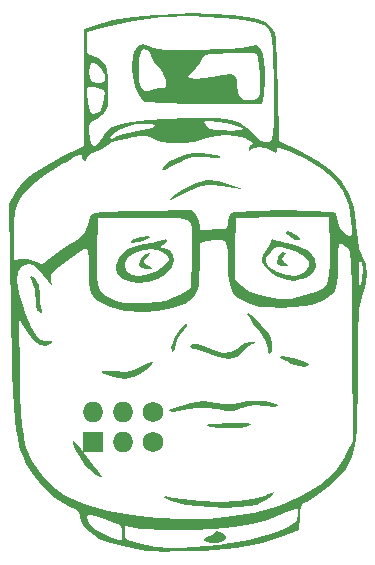
<source format=gbr>
G04 #@! TF.GenerationSoftware,KiCad,Pcbnew,7.0.2*
G04 #@! TF.CreationDate,2023-06-19T19:10:06-05:00*
G04 #@! TF.ProjectId,HankPropane2.0,48616e6b-5072-46f7-9061-6e65322e302e,rev?*
G04 #@! TF.SameCoordinates,Original*
G04 #@! TF.FileFunction,Soldermask,Top*
G04 #@! TF.FilePolarity,Negative*
%FSLAX46Y46*%
G04 Gerber Fmt 4.6, Leading zero omitted, Abs format (unit mm)*
G04 Created by KiCad (PCBNEW 7.0.2) date 2023-06-19 19:10:06*
%MOMM*%
%LPD*%
G01*
G04 APERTURE LIST*
%ADD10O,1.727200X1.727200*%
%ADD11R,1.727200X1.727200*%
%ADD12C,1.727200*%
G04 APERTURE END LIST*
G36*
X188785656Y-94249937D02*
G01*
X189180885Y-94452712D01*
X189496991Y-94673128D01*
X189580838Y-94788139D01*
X189488026Y-94929500D01*
X189167398Y-94859709D01*
X188836697Y-94712533D01*
X188519023Y-94491956D01*
X188370349Y-94270341D01*
X188464223Y-94161442D01*
X188480094Y-94160975D01*
X188785656Y-94249937D01*
G37*
G36*
X176827894Y-94635222D02*
G01*
X176764492Y-94737648D01*
X176438725Y-94915839D01*
X175905312Y-95064004D01*
X175772305Y-95086992D01*
X175292073Y-95136218D01*
X175147844Y-95075789D01*
X175211245Y-94973364D01*
X175537013Y-94795172D01*
X176070426Y-94647008D01*
X176203433Y-94624020D01*
X176683664Y-94574794D01*
X176827894Y-94635222D01*
G37*
G36*
X188520415Y-104801969D02*
G01*
X189283999Y-104983456D01*
X190000215Y-105206766D01*
X190343845Y-105386451D01*
X190334482Y-105500898D01*
X189956051Y-105643452D01*
X189480678Y-105598608D01*
X188803465Y-105352064D01*
X188608713Y-105265590D01*
X188056363Y-104980525D01*
X187869751Y-104803128D01*
X188030545Y-104741056D01*
X188520415Y-104801969D01*
G37*
G36*
X185050068Y-110409616D02*
G01*
X185386354Y-110472022D01*
X185344987Y-110575304D01*
X184967166Y-110704652D01*
X184406203Y-110780883D01*
X183616951Y-110801680D01*
X182763615Y-110770423D01*
X182010397Y-110690494D01*
X181742556Y-110638266D01*
X181611600Y-110565996D01*
X181861113Y-110503599D01*
X182496942Y-110450222D01*
X183280866Y-110413697D01*
X184345212Y-110389652D01*
X185050068Y-110409616D01*
G37*
G36*
X188331597Y-95998801D02*
G01*
X188215125Y-96215968D01*
X188186628Y-96250771D01*
X188050541Y-96527756D01*
X188234283Y-96779343D01*
X188311158Y-96839772D01*
X188548010Y-97044196D01*
X188459168Y-97118757D01*
X188142166Y-97131226D01*
X187713107Y-97045651D01*
X187596463Y-96856110D01*
X187701777Y-96309104D01*
X187973001Y-95987872D01*
X188138084Y-95946912D01*
X188331597Y-95998801D01*
G37*
G36*
X176824063Y-96022429D02*
G01*
X176806064Y-96223996D01*
X176631138Y-96368531D01*
X176319248Y-96657443D01*
X176400597Y-96937044D01*
X176732009Y-97131353D01*
X177019917Y-97260037D01*
X176955864Y-97309854D01*
X176626563Y-97323396D01*
X176151858Y-97225140D01*
X175954069Y-97021793D01*
X175986251Y-96710542D01*
X176202133Y-96353083D01*
X176495722Y-96071168D01*
X176761029Y-95986550D01*
X176824063Y-96022429D01*
G37*
G36*
X182747263Y-119642696D02*
G01*
X182919523Y-119717082D01*
X183281088Y-119927404D01*
X183316389Y-120129094D01*
X183226733Y-120260452D01*
X182893442Y-120459566D01*
X182407558Y-120552024D01*
X181911215Y-120538221D01*
X181546543Y-120418551D01*
X181444900Y-120255506D01*
X181609127Y-120010927D01*
X181825239Y-119957850D01*
X182180261Y-119846580D01*
X182287481Y-119712136D01*
X182425462Y-119569982D01*
X182747263Y-119642696D01*
G37*
G36*
X170442643Y-111908160D02*
G01*
X170767856Y-112279449D01*
X171009673Y-112625175D01*
X171482368Y-113279539D01*
X172043419Y-113976609D01*
X172249758Y-114212675D01*
X172656496Y-114707068D01*
X172770628Y-114956072D01*
X172595547Y-114948634D01*
X172134645Y-114673699D01*
X172112882Y-114658753D01*
X171654155Y-114300655D01*
X171282840Y-113883531D01*
X170907570Y-113291299D01*
X170621932Y-112764490D01*
X170344530Y-112159717D01*
X170293150Y-111871262D01*
X170442643Y-111908160D01*
G37*
G36*
X180004174Y-101980665D02*
G01*
X179953148Y-102178944D01*
X179703435Y-102553060D01*
X179584436Y-102700631D01*
X179250370Y-103174239D01*
X179070454Y-103578218D01*
X179060611Y-103651590D01*
X178952096Y-104111609D01*
X178865213Y-104281287D01*
X178730961Y-104405240D01*
X178675533Y-104189106D01*
X178669814Y-103979234D01*
X178762741Y-103584752D01*
X178999705Y-103085383D01*
X179313285Y-102582101D01*
X179636066Y-102175886D01*
X179900628Y-101967713D01*
X180004174Y-101980665D01*
G37*
G36*
X167092169Y-98106174D02*
G01*
X167242445Y-98243117D01*
X167467651Y-98706016D01*
X167553969Y-99462384D01*
X167554275Y-99516731D01*
X167578240Y-100153205D01*
X167638861Y-100655146D01*
X167674724Y-100792401D01*
X167683911Y-101057544D01*
X167596736Y-101106287D01*
X167363228Y-100947192D01*
X167277849Y-100792401D01*
X167201157Y-100400720D01*
X167159757Y-99815864D01*
X167157400Y-99645930D01*
X167083929Y-99003524D01*
X166901976Y-98461253D01*
X166848492Y-98372316D01*
X166689573Y-98036654D01*
X166793893Y-97940367D01*
X167092169Y-98106174D01*
G37*
G36*
X177079275Y-105244467D02*
G01*
X176917015Y-105547105D01*
X176510438Y-105914634D01*
X175979846Y-106255225D01*
X175475251Y-106468838D01*
X175032913Y-106587611D01*
X174694935Y-106628972D01*
X174308091Y-106589914D01*
X173719154Y-106467427D01*
X173557009Y-106431171D01*
X172958631Y-106257784D01*
X172737465Y-106107486D01*
X172873854Y-106001951D01*
X173348138Y-105962851D01*
X173953884Y-105993636D01*
X174717139Y-106033555D01*
X175277535Y-105966183D01*
X175822300Y-105757316D01*
X176136697Y-105594878D01*
X176653719Y-105341970D01*
X176996085Y-105224537D01*
X177079275Y-105244467D01*
G37*
G36*
X185389066Y-101241601D02*
G01*
X185791042Y-101596233D01*
X186279464Y-102089973D01*
X186811693Y-102707538D01*
X187096688Y-103188941D01*
X187196362Y-103646891D01*
X187199588Y-103764981D01*
X187147629Y-104262246D01*
X187020591Y-104563612D01*
X187001150Y-104578943D01*
X186858765Y-104503474D01*
X186802713Y-104124334D01*
X186666198Y-103568001D01*
X186301585Y-102896157D01*
X186157791Y-102694409D01*
X185615674Y-101974701D01*
X185278403Y-101513333D01*
X185110157Y-101253069D01*
X185075111Y-101136670D01*
X185137446Y-101106901D01*
X185163854Y-101106287D01*
X185389066Y-101241601D01*
G37*
G36*
X182718079Y-89894975D02*
G01*
X183726931Y-90209702D01*
X184719119Y-90593295D01*
X183925369Y-90479093D01*
X182914705Y-90336656D01*
X182200769Y-90256076D01*
X181687367Y-90243340D01*
X181278303Y-90304432D01*
X180877385Y-90445337D01*
X180388417Y-90672041D01*
X180323621Y-90703197D01*
X179487149Y-91102933D01*
X178945176Y-91353364D01*
X178635936Y-91480061D01*
X178497661Y-91508600D01*
X178468338Y-91471346D01*
X178622433Y-91324658D01*
X179029109Y-91027292D01*
X179604950Y-90639800D01*
X179689728Y-90584772D01*
X180724377Y-90035417D01*
X181695042Y-89809088D01*
X182718079Y-89894975D01*
G37*
G36*
X181883218Y-87588459D02*
G01*
X182478464Y-87687601D01*
X182760442Y-87785061D01*
X182869475Y-87893385D01*
X182688876Y-87937560D01*
X182177995Y-87921737D01*
X181742556Y-87889054D01*
X180968370Y-87842292D01*
X180415960Y-87880665D01*
X179913544Y-88038088D01*
X179289344Y-88348474D01*
X179216228Y-88387820D01*
X178518149Y-88756135D01*
X178104979Y-88943768D01*
X177917443Y-88967641D01*
X177896265Y-88844677D01*
X177921320Y-88757497D01*
X178132022Y-88536548D01*
X178586867Y-88229069D01*
X178974415Y-88013356D01*
X179740163Y-87689920D01*
X180506888Y-87551886D01*
X181167705Y-87539686D01*
X181883218Y-87588459D01*
G37*
G36*
X185741136Y-103520952D02*
G01*
X185710546Y-103587719D01*
X185492292Y-103681418D01*
X185072878Y-103962636D01*
X184698542Y-104360612D01*
X184183663Y-104819516D01*
X183511713Y-104976833D01*
X182640897Y-104835933D01*
X181940994Y-104582916D01*
X181287787Y-104324571D01*
X180763192Y-104144155D01*
X180502322Y-104083768D01*
X180271773Y-103957498D01*
X180254275Y-103884412D01*
X180417725Y-103716739D01*
X180839409Y-103701999D01*
X181416326Y-103828748D01*
X182040213Y-104082850D01*
X182964674Y-104425225D01*
X183726070Y-104416867D01*
X184348984Y-104056750D01*
X184421463Y-103983631D01*
X184937744Y-103611618D01*
X185398631Y-103500115D01*
X185741136Y-103520952D01*
G37*
G36*
X187332235Y-116254039D02*
G01*
X187275796Y-116432528D01*
X186960542Y-116707042D01*
X186487397Y-117005982D01*
X185957284Y-117257748D01*
X185873270Y-117289101D01*
X185230300Y-117427993D01*
X184303603Y-117513641D01*
X183202664Y-117546607D01*
X182036968Y-117527453D01*
X180915999Y-117456741D01*
X179949241Y-117335034D01*
X179563956Y-117256701D01*
X178992531Y-117094591D01*
X178504030Y-116916503D01*
X178158405Y-116754775D01*
X178015611Y-116641739D01*
X178135602Y-116609733D01*
X178468338Y-116665794D01*
X178865617Y-116727691D01*
X179553166Y-116809717D01*
X180425669Y-116900043D01*
X181158673Y-116967933D01*
X182815666Y-117050723D01*
X184313677Y-117002388D01*
X185582492Y-116829142D01*
X186551896Y-116537202D01*
X186674911Y-116479698D01*
X187092768Y-116298540D01*
X187324647Y-116249424D01*
X187332235Y-116254039D01*
G37*
G36*
X186580469Y-108547160D02*
G01*
X187246904Y-108666446D01*
X187665633Y-108849103D01*
X187693009Y-108874813D01*
X187679547Y-108982102D01*
X187340181Y-109009828D01*
X186644247Y-108960126D01*
X186571805Y-108952823D01*
X185744045Y-108897976D01*
X185159667Y-108947365D01*
X184675436Y-109115579D01*
X184599162Y-109153730D01*
X184206162Y-109326301D01*
X183819361Y-109391940D01*
X183305874Y-109355747D01*
X182577728Y-109231319D01*
X181640196Y-109092692D01*
X180867871Y-109086600D01*
X180073583Y-109206636D01*
X179268715Y-109363064D01*
X178779367Y-109427567D01*
X178535873Y-109403841D01*
X178468571Y-109295585D01*
X178468544Y-109291834D01*
X178646563Y-109177052D01*
X179116912Y-109009879D01*
X179784346Y-108823343D01*
X179907215Y-108792896D01*
X180747501Y-108610748D01*
X181383435Y-108546046D01*
X181987364Y-108591294D01*
X182469648Y-108681456D01*
X183244716Y-108809010D01*
X183839921Y-108795421D01*
X184394492Y-108655813D01*
X185024306Y-108533216D01*
X185796284Y-108499874D01*
X186580469Y-108547160D01*
G37*
G36*
X178269900Y-94937882D02*
G01*
X178118465Y-95187352D01*
X177922634Y-95335705D01*
X177696293Y-95492707D01*
X177839155Y-95540138D01*
X177982166Y-95544003D01*
X178523606Y-95713774D01*
X178818242Y-96182251D01*
X178865213Y-96573881D01*
X178683647Y-97197465D01*
X178198589Y-97734738D01*
X177499499Y-98155061D01*
X176675835Y-98427794D01*
X175817057Y-98522296D01*
X175012624Y-98407928D01*
X174408186Y-98100421D01*
X174038014Y-97730118D01*
X173949725Y-97336489D01*
X173988075Y-97065802D01*
X174003028Y-97029386D01*
X174698025Y-97029386D01*
X174857824Y-97548818D01*
X175296942Y-97853215D01*
X175954963Y-97932702D01*
X176771472Y-97777401D01*
X177483713Y-97484803D01*
X178154943Y-97049645D01*
X178448575Y-96624077D01*
X178360731Y-96228852D01*
X177887531Y-95884720D01*
X177790738Y-95841979D01*
X177036395Y-95670838D01*
X176254419Y-95724203D01*
X175542156Y-95964699D01*
X174996955Y-96354952D01*
X174716163Y-96857585D01*
X174698025Y-97029386D01*
X174003028Y-97029386D01*
X174327815Y-96238392D01*
X174971500Y-95656345D01*
X175927109Y-95313530D01*
X176355903Y-95246713D01*
X177064385Y-95143471D01*
X177648237Y-95018703D01*
X177922634Y-94925001D01*
X178215278Y-94848149D01*
X178269900Y-94937882D01*
G37*
G36*
X187381489Y-94871370D02*
G01*
X187739146Y-94983799D01*
X188337571Y-95137245D01*
X188861338Y-95257329D01*
X189556709Y-95455855D01*
X190131808Y-95702701D01*
X190386717Y-95877847D01*
X190818396Y-96525832D01*
X190890862Y-97157342D01*
X190638973Y-97708783D01*
X190097583Y-98116557D01*
X189301548Y-98317068D01*
X189044154Y-98327420D01*
X188178971Y-98224411D01*
X187488752Y-97958467D01*
X186952987Y-97533828D01*
X186526215Y-97042760D01*
X186372268Y-96778661D01*
X186646935Y-96778661D01*
X186873534Y-97118072D01*
X186955621Y-97195553D01*
X187626818Y-97623647D01*
X188416405Y-97866283D01*
X189195983Y-97906345D01*
X189837151Y-97726721D01*
X190011697Y-97602875D01*
X190344926Y-97120767D01*
X190300108Y-96647546D01*
X189895741Y-96208232D01*
X189150326Y-95827844D01*
X188561942Y-95642210D01*
X187950579Y-95490916D01*
X187589040Y-95464512D01*
X187343511Y-95586242D01*
X187080181Y-95879350D01*
X187060843Y-95902955D01*
X186706294Y-96411423D01*
X186646935Y-96778661D01*
X186372268Y-96778661D01*
X186306680Y-96666143D01*
X186296209Y-96390354D01*
X186509070Y-96034497D01*
X186617389Y-95886734D01*
X186912463Y-95421148D01*
X187062524Y-95054322D01*
X187067296Y-95008706D01*
X187197720Y-94833483D01*
X187381489Y-94871370D01*
G37*
G36*
X176950372Y-78542947D02*
G01*
X176956356Y-78546056D01*
X177232350Y-78661133D01*
X177589050Y-78741880D01*
X178087579Y-78791628D01*
X178789060Y-78813707D01*
X179754615Y-78811446D01*
X181045367Y-78788176D01*
X181296369Y-78782489D01*
X182492704Y-78745382D01*
X183568449Y-78694220D01*
X184454149Y-78633730D01*
X185080350Y-78568633D01*
X185375030Y-78505081D01*
X185810911Y-78412734D01*
X186159120Y-78676705D01*
X186393423Y-79146291D01*
X186523605Y-79741243D01*
X186590085Y-80584034D01*
X186589088Y-81530177D01*
X186516841Y-82435187D01*
X186484984Y-82651600D01*
X186370060Y-83346131D01*
X181500214Y-83346131D01*
X179851090Y-83340399D01*
X178561592Y-83321995D01*
X177594618Y-83289111D01*
X176913069Y-83239934D01*
X176479844Y-83172656D01*
X176264996Y-83090675D01*
X175900707Y-82639475D01*
X175608547Y-81916033D01*
X175411520Y-81041931D01*
X175357360Y-80421870D01*
X175891689Y-80421870D01*
X175949008Y-81390820D01*
X176121648Y-82020164D01*
X176402320Y-82293672D01*
X176708399Y-82240811D01*
X177152497Y-82107618D01*
X177683626Y-82056287D01*
X178092137Y-82033123D01*
X178241022Y-81886314D01*
X178209021Y-81499887D01*
X178177584Y-81328764D01*
X178065753Y-81025901D01*
X180106366Y-81025901D01*
X180248801Y-81146744D01*
X180338396Y-81183632D01*
X180721267Y-81226227D01*
X181353847Y-81194524D01*
X182078407Y-81098573D01*
X183015774Y-80943262D01*
X183630355Y-80874909D01*
X183990451Y-80912930D01*
X184164360Y-81076737D01*
X184220381Y-81385744D01*
X184226064Y-81709021D01*
X184271731Y-82415678D01*
X184446395Y-82822039D01*
X184816137Y-83019663D01*
X185216947Y-83081940D01*
X185670651Y-83071500D01*
X185968093Y-82899542D01*
X186132987Y-82508795D01*
X186189048Y-81841986D01*
X186159991Y-80841842D01*
X186158199Y-80808759D01*
X186096292Y-80058147D01*
X186008672Y-79466959D01*
X185912224Y-79142614D01*
X185892528Y-79118538D01*
X185631036Y-79068640D01*
X185062451Y-79045308D01*
X184275769Y-79050138D01*
X183530535Y-79076222D01*
X182564158Y-79128912D01*
X181925214Y-79187978D01*
X181544342Y-79267876D01*
X181352184Y-79383062D01*
X181279888Y-79545290D01*
X181093820Y-79904073D01*
X180716032Y-80347941D01*
X180583316Y-80473708D01*
X180207540Y-80831500D01*
X180106366Y-81025901D01*
X178065753Y-81025901D01*
X177953238Y-80721186D01*
X177593743Y-80249897D01*
X177573471Y-80233404D01*
X177209603Y-79826660D01*
X177042949Y-79443302D01*
X176833910Y-78995523D01*
X176627142Y-78802334D01*
X176289509Y-78713082D01*
X176060852Y-78949577D01*
X175931470Y-79533184D01*
X175891689Y-80421870D01*
X175357360Y-80421870D01*
X175332630Y-80138751D01*
X175394882Y-79328075D01*
X175488797Y-78988339D01*
X175819566Y-78481014D01*
X176300324Y-78334490D01*
X176950372Y-78542947D01*
G37*
G36*
X182172814Y-75743364D02*
G01*
X183779310Y-75831928D01*
X185053542Y-75985245D01*
X186026205Y-76210453D01*
X186727992Y-76514691D01*
X187189598Y-76905097D01*
X187441716Y-77388810D01*
X187443913Y-77396306D01*
X187498233Y-77767937D01*
X187551742Y-78467831D01*
X187601086Y-79427384D01*
X187642913Y-80577991D01*
X187673869Y-81851048D01*
X187680347Y-82234187D01*
X187744886Y-86480055D01*
X189551268Y-87393562D01*
X191076088Y-88238076D01*
X192251681Y-89076127D01*
X193120657Y-89964291D01*
X193725625Y-90959141D01*
X194109196Y-92117252D01*
X194313980Y-93495201D01*
X194333201Y-93742734D01*
X194439453Y-94844010D01*
X194588755Y-95621244D01*
X194795895Y-96146257D01*
X194844319Y-96225419D01*
X195122123Y-96954915D01*
X195193300Y-97899458D01*
X195058833Y-98935852D01*
X194816470Y-99717225D01*
X194709041Y-100024240D01*
X194624945Y-100381060D01*
X194561316Y-100838129D01*
X194515291Y-101445893D01*
X194484003Y-102254795D01*
X194464589Y-103315282D01*
X194454184Y-104677798D01*
X194450204Y-106166443D01*
X194441107Y-108054116D01*
X194414057Y-109594182D01*
X194360835Y-110835790D01*
X194273222Y-111828089D01*
X194142998Y-112620228D01*
X193961945Y-113261356D01*
X193721843Y-113800621D01*
X193414474Y-114287172D01*
X193031619Y-114770159D01*
X193006497Y-114799596D01*
X192557420Y-115254089D01*
X191953534Y-115774761D01*
X191285075Y-116294631D01*
X190642277Y-116746718D01*
X190115375Y-117064040D01*
X189800066Y-117179725D01*
X189683506Y-117359680D01*
X189586806Y-117825687D01*
X189541131Y-118320531D01*
X189481619Y-119461337D01*
X188388606Y-119894148D01*
X186418173Y-120513470D01*
X184105989Y-120947843D01*
X181462337Y-121195581D01*
X180155056Y-121246007D01*
X179035072Y-121265605D01*
X178023120Y-121271673D01*
X177200118Y-121264608D01*
X176646985Y-121244806D01*
X176483963Y-121228062D01*
X175321382Y-120988433D01*
X174209014Y-120713063D01*
X173254878Y-120431504D01*
X172566996Y-120173307D01*
X172484361Y-120133890D01*
X171761054Y-119650946D01*
X171219834Y-119057030D01*
X170945384Y-118453008D01*
X170937089Y-118371673D01*
X171523025Y-118371673D01*
X171714763Y-118938854D01*
X172263466Y-119459993D01*
X173129362Y-119899662D01*
X173313093Y-119966468D01*
X173905593Y-120169303D01*
X174320574Y-120308190D01*
X174449978Y-120348246D01*
X174483421Y-120178814D01*
X174499367Y-119756216D01*
X174499449Y-119733184D01*
X174698025Y-119733184D01*
X174724307Y-120070887D01*
X174865257Y-120276131D01*
X175214033Y-120415741D01*
X175839041Y-120551662D01*
X176489905Y-120685176D01*
X176986849Y-120796451D01*
X177178494Y-120847721D01*
X177633637Y-120922002D01*
X178392506Y-120952047D01*
X179364895Y-120941849D01*
X180460598Y-120895405D01*
X181589406Y-120816710D01*
X182661115Y-120709759D01*
X183585516Y-120578547D01*
X183694441Y-120559131D01*
X185211865Y-120260615D01*
X186415609Y-119974848D01*
X187387243Y-119678698D01*
X188208336Y-119349033D01*
X188557398Y-119180043D01*
X189081356Y-118868127D01*
X189324472Y-118564577D01*
X189382400Y-118167879D01*
X189360629Y-117751255D01*
X189308242Y-117576607D01*
X189307873Y-117576600D01*
X189101114Y-117650323D01*
X188641655Y-117841379D01*
X188166857Y-118047812D01*
X186826463Y-118572801D01*
X185458912Y-118959468D01*
X183976218Y-119222948D01*
X182290391Y-119378372D01*
X180313446Y-119440873D01*
X180055838Y-119442830D01*
X178844204Y-119439888D01*
X177700415Y-119419710D01*
X176713095Y-119385146D01*
X175970869Y-119339049D01*
X175640603Y-119300769D01*
X174698025Y-119139782D01*
X174698025Y-119733184D01*
X174499449Y-119733184D01*
X174499588Y-119693879D01*
X174481966Y-119358385D01*
X174377514Y-119126372D01*
X174108847Y-118937143D01*
X173598581Y-118730003D01*
X173011306Y-118526561D01*
X172269085Y-118281267D01*
X171824665Y-118163735D01*
X171602853Y-118166140D01*
X171528455Y-118280657D01*
X171523025Y-118371673D01*
X170937089Y-118371673D01*
X170927713Y-118279743D01*
X170825505Y-117963730D01*
X170470698Y-117669546D01*
X169929240Y-117394529D01*
X168817013Y-116719468D01*
X167751276Y-115759884D01*
X166839790Y-114623367D01*
X166392436Y-113863312D01*
X166162831Y-113378529D01*
X165964982Y-112878146D01*
X165795797Y-112328095D01*
X165652183Y-111694306D01*
X165531049Y-110942708D01*
X165429303Y-110039232D01*
X165343851Y-108949808D01*
X165271603Y-107640367D01*
X165209466Y-106076837D01*
X165154348Y-104225151D01*
X165103156Y-102051237D01*
X165052800Y-99521026D01*
X165043034Y-98995161D01*
X165030714Y-98326032D01*
X165602681Y-98326032D01*
X165758432Y-99376169D01*
X166152427Y-100702351D01*
X166355188Y-101251782D01*
X166794255Y-102283289D01*
X167195316Y-102967274D01*
X167594872Y-103346035D01*
X168029426Y-103461867D01*
X168243588Y-103439967D01*
X168580051Y-103405975D01*
X168591841Y-103523993D01*
X168523900Y-103613942D01*
X168083119Y-103897430D01*
X167558808Y-103806911D01*
X166968464Y-103352178D01*
X166329585Y-102543024D01*
X166170811Y-102296912D01*
X165737864Y-101602381D01*
X165836998Y-106265662D01*
X165882646Y-108015514D01*
X165943246Y-109426770D01*
X166027910Y-110557664D01*
X166145750Y-111466433D01*
X166305879Y-112211310D01*
X166517411Y-112850532D01*
X166789456Y-113442334D01*
X167026934Y-113870087D01*
X167695995Y-114781087D01*
X168587541Y-115685282D01*
X169553992Y-116443177D01*
X170078664Y-116754638D01*
X171539419Y-117356062D01*
X173304974Y-117845712D01*
X175296616Y-118213918D01*
X177435627Y-118451010D01*
X179643292Y-118547316D01*
X181840896Y-118493167D01*
X183238348Y-118371370D01*
X185642723Y-117978017D01*
X187792652Y-117384345D01*
X189665357Y-116602170D01*
X191238062Y-115643310D01*
X192487988Y-114519582D01*
X193392356Y-113242805D01*
X193489984Y-113052743D01*
X194045681Y-111921131D01*
X193982820Y-103884412D01*
X193966826Y-101888975D01*
X193951584Y-100252849D01*
X193934870Y-98938483D01*
X193914462Y-97908324D01*
X193907320Y-97695775D01*
X194580716Y-97695775D01*
X194580900Y-97732850D01*
X194586783Y-98479640D01*
X194602150Y-98860653D01*
X194638337Y-98906978D01*
X194706685Y-98649709D01*
X194783392Y-98288107D01*
X194874043Y-97303624D01*
X194775600Y-96799826D01*
X194674079Y-96577939D01*
X194613580Y-96625399D01*
X194585371Y-96984060D01*
X194580716Y-97695775D01*
X193907320Y-97695775D01*
X193888136Y-97124820D01*
X193853669Y-96550419D01*
X193808837Y-96147569D01*
X193751419Y-95878718D01*
X193679189Y-95706312D01*
X193589926Y-95592801D01*
X193486726Y-95504840D01*
X193119209Y-95250880D01*
X192904666Y-95157574D01*
X192841030Y-95339716D01*
X192790974Y-95833207D01*
X192761191Y-96552580D01*
X192755838Y-97057922D01*
X192750545Y-97944087D01*
X192718940Y-98530041D01*
X192637427Y-98912440D01*
X192482414Y-99187938D01*
X192230306Y-99453192D01*
X192153549Y-99525304D01*
X191553622Y-99989921D01*
X190864872Y-100308695D01*
X190004389Y-100503249D01*
X188889265Y-100595202D01*
X187993338Y-100610193D01*
X186958123Y-100594953D01*
X186207078Y-100538603D01*
X185628296Y-100425203D01*
X185109872Y-100238810D01*
X184981254Y-100181099D01*
X184325984Y-99809935D01*
X183878700Y-99357140D01*
X183603857Y-98744673D01*
X183515352Y-98199205D01*
X184012211Y-98199205D01*
X184625959Y-98759777D01*
X185037623Y-99110430D01*
X185327058Y-99311361D01*
X185376288Y-99329107D01*
X185631293Y-99383326D01*
X186134444Y-99512472D01*
X186505056Y-99613370D01*
X187706576Y-99855908D01*
X188801415Y-99848908D01*
X189973922Y-99586969D01*
X190232019Y-99504162D01*
X190918069Y-99268658D01*
X191406785Y-99047266D01*
X191731622Y-98771458D01*
X191926036Y-98372708D01*
X192023484Y-97782489D01*
X192057422Y-96932274D01*
X192061306Y-95757303D01*
X192054551Y-94756503D01*
X192036011Y-93908404D01*
X192008277Y-93286616D01*
X191973937Y-92964743D01*
X191962088Y-92937181D01*
X191742111Y-92921669D01*
X191187628Y-92917381D01*
X190360835Y-92923796D01*
X189323927Y-92940396D01*
X188139099Y-92966660D01*
X187993338Y-92970350D01*
X184123806Y-93069568D01*
X184068009Y-95634387D01*
X184012211Y-98199205D01*
X183515352Y-98199205D01*
X183465910Y-97894492D01*
X183429275Y-96773650D01*
X183424948Y-95930983D01*
X183396942Y-95404165D01*
X183322721Y-95112172D01*
X183179747Y-94973980D01*
X182945484Y-94908564D01*
X182908523Y-94901443D01*
X182345948Y-94885328D01*
X181721286Y-94985923D01*
X181717898Y-94986856D01*
X181048025Y-95171817D01*
X181048025Y-97131639D01*
X181039990Y-98049019D01*
X181003054Y-98667659D01*
X180917971Y-99085577D01*
X180765495Y-99400790D01*
X180546073Y-99687997D01*
X179812002Y-100273288D01*
X178754996Y-100693929D01*
X177419225Y-100936081D01*
X176384744Y-100991634D01*
X174768287Y-100899266D01*
X173467650Y-100589252D01*
X172491490Y-100063894D01*
X172307319Y-99906829D01*
X172036035Y-99635282D01*
X171864817Y-99371099D01*
X171770665Y-99018018D01*
X171730580Y-98479778D01*
X171721562Y-97660116D01*
X171721463Y-97454797D01*
X171714683Y-97146448D01*
X172344179Y-97146448D01*
X172365338Y-98039983D01*
X172448921Y-98674509D01*
X172619603Y-99118850D01*
X172902062Y-99441834D01*
X173320974Y-99712284D01*
X173805056Y-99953362D01*
X174252719Y-100134748D01*
X174723622Y-100234394D01*
X175331120Y-100263411D01*
X176188573Y-100232912D01*
X176481170Y-100215697D01*
X177463224Y-100136245D01*
X178177581Y-100020675D01*
X178753379Y-99838560D01*
X179319756Y-99559469D01*
X179358513Y-99537703D01*
X180353494Y-98975898D01*
X180408575Y-96290426D01*
X180424517Y-95172716D01*
X180414834Y-94383880D01*
X180373542Y-93856405D01*
X180294657Y-93522778D01*
X180172195Y-93315485D01*
X180142043Y-93283341D01*
X179980615Y-93169126D01*
X179722149Y-93087305D01*
X179310396Y-93034136D01*
X178689106Y-93005877D01*
X177802028Y-92998785D01*
X176592915Y-93009118D01*
X176118212Y-93015648D01*
X172415994Y-93069568D01*
X172360767Y-95925079D01*
X172344179Y-97146448D01*
X171714683Y-97146448D01*
X171700399Y-96496842D01*
X171639784Y-95854778D01*
X171543484Y-95563829D01*
X171512463Y-95550037D01*
X171270063Y-95661546D01*
X170794716Y-95960428D01*
X170168921Y-96393221D01*
X169822856Y-96644998D01*
X169124489Y-97173673D01*
X168696771Y-97543743D01*
X168483842Y-97822221D01*
X168429844Y-98076115D01*
X168458184Y-98282107D01*
X168574120Y-98824256D01*
X168213026Y-98387076D01*
X167817356Y-97882552D01*
X167495402Y-97444498D01*
X167002058Y-97022881D01*
X166559805Y-96939100D01*
X166003877Y-97096777D01*
X165684666Y-97562661D01*
X165602681Y-98326032D01*
X165030714Y-98326032D01*
X164998452Y-96573758D01*
X165371463Y-96573758D01*
X165917166Y-96465384D01*
X166492482Y-96471846D01*
X167058181Y-96631938D01*
X167486829Y-96824380D01*
X167725790Y-96921324D01*
X167732275Y-96922983D01*
X167917473Y-96818562D01*
X168307993Y-96533212D01*
X168625244Y-96284036D01*
X169304856Y-95771985D01*
X170075265Y-95239858D01*
X170379624Y-95044301D01*
X170996404Y-94626017D01*
X171355636Y-94252620D01*
X171555996Y-93794030D01*
X171651832Y-93367225D01*
X171793334Y-92912749D01*
X171931844Y-92682542D01*
X172178311Y-92622238D01*
X172759918Y-92561784D01*
X173614950Y-92505062D01*
X174681693Y-92455956D01*
X175898430Y-92418347D01*
X176257475Y-92410408D01*
X180396466Y-92326863D01*
X180722245Y-92791979D01*
X180969433Y-93310699D01*
X181048025Y-93730265D01*
X181116235Y-94069338D01*
X181354030Y-94085962D01*
X181361911Y-94082986D01*
X181748849Y-94008042D01*
X182338233Y-93965902D01*
X182552536Y-93962537D01*
X183095489Y-93943712D01*
X183350254Y-93840156D01*
X183425269Y-93581243D01*
X183429275Y-93391522D01*
X183509587Y-92906567D01*
X183677322Y-92619076D01*
X183961677Y-92543738D01*
X184563108Y-92483767D01*
X185410977Y-92439078D01*
X186434643Y-92409584D01*
X187563467Y-92395200D01*
X188726809Y-92395840D01*
X189854031Y-92411419D01*
X190874493Y-92441850D01*
X191717554Y-92487047D01*
X192312577Y-92546925D01*
X192588920Y-92621398D01*
X192596480Y-92629913D01*
X192715223Y-93003699D01*
X192752799Y-93394012D01*
X192911085Y-93850091D01*
X193284556Y-94281711D01*
X193728420Y-94537687D01*
X193867430Y-94557850D01*
X193921645Y-94377959D01*
X193932082Y-93908223D01*
X193900270Y-93305470D01*
X193672414Y-91940430D01*
X193203466Y-90767877D01*
X192460426Y-89750024D01*
X191410297Y-88849088D01*
X190020081Y-88027284D01*
X188802988Y-87468812D01*
X188155833Y-87198279D01*
X187794077Y-87066581D01*
X187635112Y-87063952D01*
X187596332Y-87180622D01*
X187596463Y-87326133D01*
X187560592Y-87524110D01*
X187382738Y-87477513D01*
X187155434Y-87326133D01*
X186672945Y-87112464D01*
X186112280Y-87026704D01*
X185621671Y-87073840D01*
X185349354Y-87258859D01*
X185346634Y-87265271D01*
X185259275Y-87334877D01*
X185230879Y-87166053D01*
X185330121Y-86872633D01*
X185456172Y-86818787D01*
X185537380Y-86713768D01*
X185356317Y-86477972D01*
X184889496Y-86230904D01*
X184159978Y-86081299D01*
X183290779Y-86033151D01*
X182404915Y-86090454D01*
X181625401Y-86257201D01*
X181384974Y-86349047D01*
X180581223Y-86594502D01*
X179623852Y-86716655D01*
X178647649Y-86715158D01*
X177787405Y-86589663D01*
X177207229Y-86359826D01*
X176884306Y-86179513D01*
X176547161Y-86099073D01*
X176078456Y-86111477D01*
X175360855Y-86209694D01*
X175180795Y-86238427D01*
X174350633Y-86412621D01*
X173673033Y-86629803D01*
X173287329Y-86837550D01*
X172800928Y-87154802D01*
X172207398Y-87417427D01*
X172197186Y-87420822D01*
X171750789Y-87639338D01*
X171528559Y-87887636D01*
X171523025Y-87925582D01*
X171410825Y-88179626D01*
X171324588Y-88207850D01*
X171148538Y-88047124D01*
X171126150Y-87910193D01*
X171115140Y-87729936D01*
X171039654Y-87653310D01*
X170836005Y-87700661D01*
X170440511Y-87892338D01*
X169789485Y-88248688D01*
X169418196Y-88455896D01*
X167953922Y-89358039D01*
X166840458Y-90240005D01*
X166035582Y-91136740D01*
X165851736Y-91407911D01*
X165637747Y-91783872D01*
X165498382Y-92163443D01*
X165417987Y-92643210D01*
X165380908Y-93319756D01*
X165371490Y-94289666D01*
X165371463Y-94371236D01*
X165371463Y-96573758D01*
X164998452Y-96573758D01*
X164910999Y-91823879D01*
X165443311Y-90915557D01*
X165853868Y-90308085D01*
X166359082Y-89766148D01*
X167024848Y-89238616D01*
X167917062Y-88674363D01*
X169101618Y-88022259D01*
X169319457Y-87908035D01*
X171225369Y-86913689D01*
X171225369Y-82412590D01*
X171523025Y-82412590D01*
X171585814Y-83328434D01*
X171765337Y-83946219D01*
X172048324Y-84226419D01*
X172136160Y-84239100D01*
X172524463Y-84079545D01*
X172678718Y-83891834D01*
X172855920Y-83421466D01*
X172977042Y-82881268D01*
X173017974Y-82419943D01*
X172955197Y-82186536D01*
X172677973Y-82090485D01*
X172199846Y-81971543D01*
X172167947Y-81964637D01*
X171729671Y-81898352D01*
X171554806Y-82016916D01*
X171523028Y-82403905D01*
X171523025Y-82412590D01*
X171225369Y-82412590D01*
X171225369Y-80650688D01*
X171721463Y-80650688D01*
X171779831Y-81180600D01*
X171926776Y-81499758D01*
X171969509Y-81527991D01*
X172514512Y-81639421D01*
X172919420Y-81525711D01*
X173031892Y-81379666D01*
X173023972Y-80961537D01*
X172808567Y-80469604D01*
X172478611Y-80056239D01*
X172127038Y-79873813D01*
X172113242Y-79873475D01*
X171854435Y-79943477D01*
X171741655Y-80222555D01*
X171721463Y-80650688D01*
X171225369Y-80650688D01*
X171225369Y-78301922D01*
X171523025Y-78301922D01*
X171540287Y-78885288D01*
X171625606Y-79174123D01*
X171829285Y-79270373D01*
X172004716Y-79278162D01*
X172501118Y-79444753D01*
X172897685Y-79801017D01*
X173102821Y-80124242D01*
X173227439Y-80522750D01*
X173289949Y-81099109D01*
X173308765Y-81955887D01*
X173308963Y-82092068D01*
X173299335Y-82956522D01*
X173255955Y-83524962D01*
X173157080Y-83898067D01*
X172980965Y-84176518D01*
X172821889Y-84347338D01*
X172406580Y-84679668D01*
X172051111Y-84833191D01*
X172028139Y-84834412D01*
X171815136Y-84957820D01*
X171727539Y-85374037D01*
X171721463Y-85611932D01*
X171774358Y-86438591D01*
X171928639Y-86892300D01*
X172177700Y-86968515D01*
X172514934Y-86662691D01*
X172744223Y-86315440D01*
X172843296Y-86188095D01*
X173507400Y-86188095D01*
X173573021Y-86363584D01*
X173778575Y-86245452D01*
X174087893Y-86105142D01*
X174680014Y-85924342D01*
X175447422Y-85734405D01*
X175769060Y-85665025D01*
X176653426Y-85459128D01*
X177162293Y-85287651D01*
X177291500Y-85155975D01*
X177036889Y-85069480D01*
X176394300Y-85033547D01*
X176257761Y-85032850D01*
X175570036Y-85107871D01*
X174845765Y-85303402D01*
X174190409Y-85575148D01*
X173709426Y-85878811D01*
X173508277Y-86170094D01*
X173507400Y-86188095D01*
X172843296Y-86188095D01*
X173163767Y-85776175D01*
X173659295Y-85358793D01*
X173739181Y-85313263D01*
X174374076Y-85097565D01*
X175205557Y-84942006D01*
X181444900Y-84942006D01*
X181559616Y-85162916D01*
X181692947Y-85331333D01*
X181964083Y-85455987D01*
X182463960Y-85550655D01*
X183087648Y-85611381D01*
X183730215Y-85634210D01*
X184286734Y-85615185D01*
X184652272Y-85550353D01*
X184729045Y-85445785D01*
X184473938Y-85288318D01*
X183968946Y-85132505D01*
X183321224Y-84994785D01*
X182637930Y-84891595D01*
X182026221Y-84839372D01*
X181593251Y-84854554D01*
X181444900Y-84942006D01*
X175205557Y-84942006D01*
X175362880Y-84912573D01*
X176663494Y-84762778D01*
X178233819Y-84652675D01*
X180031755Y-84586753D01*
X180651150Y-84575685D01*
X181799286Y-84564909D01*
X182633225Y-84574763D01*
X183235482Y-84614422D01*
X183688569Y-84693066D01*
X184074999Y-84819871D01*
X184470005Y-85000425D01*
X185088175Y-85383453D01*
X185593123Y-85831745D01*
X185753024Y-86042222D01*
X186153981Y-86494873D01*
X186634901Y-86620350D01*
X186975415Y-86579032D01*
X187162805Y-86384734D01*
X187276917Y-85931937D01*
X187308824Y-85729746D01*
X187357623Y-85156284D01*
X187382331Y-84310815D01*
X187385384Y-83272246D01*
X187369220Y-82119481D01*
X187336274Y-80931427D01*
X187288983Y-79786990D01*
X187229784Y-78765075D01*
X187161113Y-77944588D01*
X187085408Y-77404436D01*
X187047545Y-77268530D01*
X186844381Y-76942044D01*
X186503547Y-76685205D01*
X185971316Y-76482098D01*
X185193960Y-76316811D01*
X184117752Y-76173427D01*
X182969487Y-76060581D01*
X180431421Y-75949428D01*
X177860563Y-76050819D01*
X175374581Y-76353885D01*
X173091142Y-76847759D01*
X172465603Y-77030751D01*
X171523025Y-77325683D01*
X171523025Y-78301922D01*
X171225369Y-78301922D01*
X171225369Y-77036346D01*
X172316775Y-76662902D01*
X173696894Y-76291785D01*
X175389764Y-76004496D01*
X177318326Y-75810323D01*
X179405520Y-75718553D01*
X180203359Y-75712414D01*
X182172814Y-75743364D01*
G37*
D10*
X172068800Y-109468600D03*
D11*
X172068800Y-112008600D03*
D10*
X174608800Y-109468600D03*
X174608800Y-112008600D03*
D12*
X177148800Y-109468600D03*
X177148800Y-112008600D03*
M02*

</source>
